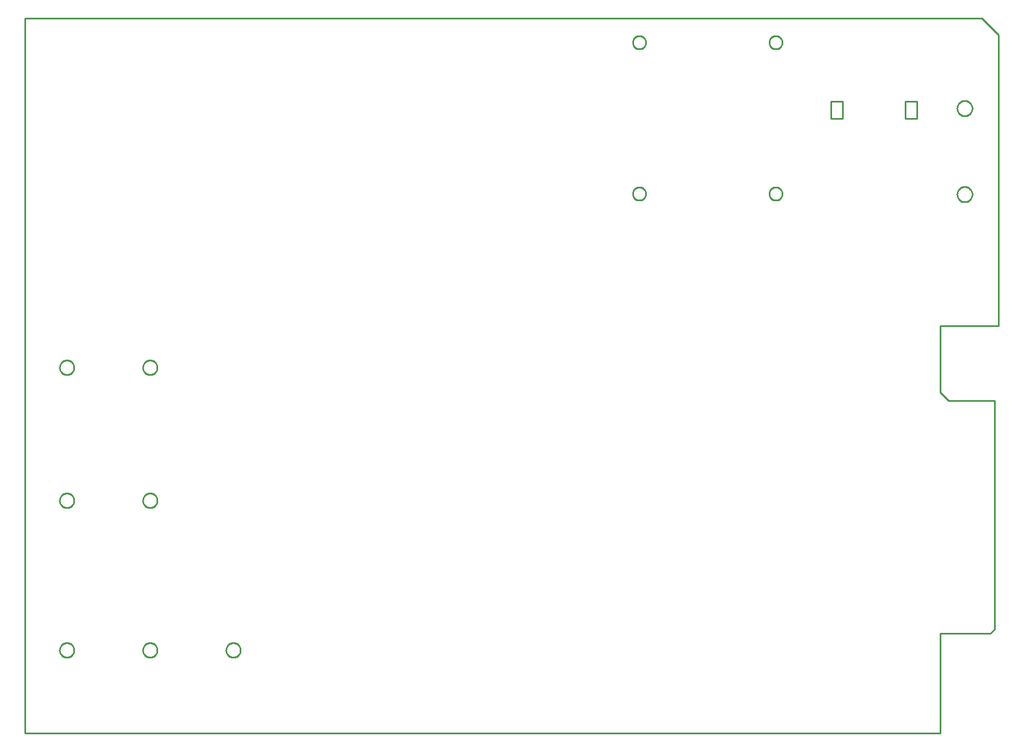
<source format=gbr>
G04 EAGLE Gerber RS-274X export*
G75*
%MOMM*%
%FSLAX34Y34*%
%LPD*%
%IN*%
%IPPOS*%
%AMOC8*
5,1,8,0,0,1.08239X$1,22.5*%
G01*
%ADD10C,0.254000*%


D10*
X228600Y0D02*
X1625600Y0D01*
X1625600Y152400D01*
X1701800Y152400D01*
X1708150Y158750D01*
X1708150Y508000D01*
X1638300Y508000D01*
X1625600Y520700D01*
X1625600Y622300D01*
X1714500Y622300D01*
X1714500Y1066800D01*
X1689100Y1092200D01*
X228600Y1092200D01*
X228600Y0D01*
X1572000Y939500D02*
X1590000Y939500D01*
X1590000Y965500D01*
X1572000Y965500D01*
X1572000Y939500D01*
X1458000Y939500D02*
X1476000Y939500D01*
X1476000Y965500D01*
X1458000Y965500D01*
X1458000Y939500D01*
X303100Y558368D02*
X303032Y557506D01*
X302897Y556652D01*
X302695Y555812D01*
X302428Y554990D01*
X302097Y554191D01*
X301705Y553421D01*
X301253Y552684D01*
X300745Y551985D01*
X300184Y551327D01*
X299573Y550716D01*
X298915Y550155D01*
X298216Y549647D01*
X297479Y549195D01*
X296709Y548803D01*
X295910Y548472D01*
X295088Y548205D01*
X294248Y548003D01*
X293394Y547868D01*
X292532Y547800D01*
X291668Y547800D01*
X290806Y547868D01*
X289952Y548003D01*
X289112Y548205D01*
X288290Y548472D01*
X287491Y548803D01*
X286721Y549195D01*
X285984Y549647D01*
X285285Y550155D01*
X284627Y550716D01*
X284016Y551327D01*
X283455Y551985D01*
X282947Y552684D01*
X282495Y553421D01*
X282103Y554191D01*
X281772Y554990D01*
X281505Y555812D01*
X281303Y556652D01*
X281168Y557506D01*
X281100Y558368D01*
X281100Y559232D01*
X281168Y560094D01*
X281303Y560948D01*
X281505Y561788D01*
X281772Y562610D01*
X282103Y563409D01*
X282495Y564179D01*
X282947Y564916D01*
X283455Y565615D01*
X284016Y566273D01*
X284627Y566884D01*
X285285Y567445D01*
X285984Y567953D01*
X286721Y568405D01*
X287491Y568797D01*
X288290Y569128D01*
X289112Y569395D01*
X289952Y569597D01*
X290806Y569732D01*
X291668Y569800D01*
X292532Y569800D01*
X293394Y569732D01*
X294248Y569597D01*
X295088Y569395D01*
X295910Y569128D01*
X296709Y568797D01*
X297479Y568405D01*
X298216Y567953D01*
X298915Y567445D01*
X299573Y566884D01*
X300184Y566273D01*
X300745Y565615D01*
X301253Y564916D01*
X301705Y564179D01*
X302097Y563409D01*
X302428Y562610D01*
X302695Y561788D01*
X302897Y560948D01*
X303032Y560094D01*
X303100Y559232D01*
X303100Y558368D01*
X430100Y558368D02*
X430032Y557506D01*
X429897Y556652D01*
X429695Y555812D01*
X429428Y554990D01*
X429097Y554191D01*
X428705Y553421D01*
X428253Y552684D01*
X427745Y551985D01*
X427184Y551327D01*
X426573Y550716D01*
X425915Y550155D01*
X425216Y549647D01*
X424479Y549195D01*
X423709Y548803D01*
X422910Y548472D01*
X422088Y548205D01*
X421248Y548003D01*
X420394Y547868D01*
X419532Y547800D01*
X418668Y547800D01*
X417806Y547868D01*
X416952Y548003D01*
X416112Y548205D01*
X415290Y548472D01*
X414491Y548803D01*
X413721Y549195D01*
X412984Y549647D01*
X412285Y550155D01*
X411627Y550716D01*
X411016Y551327D01*
X410455Y551985D01*
X409947Y552684D01*
X409495Y553421D01*
X409103Y554191D01*
X408772Y554990D01*
X408505Y555812D01*
X408303Y556652D01*
X408168Y557506D01*
X408100Y558368D01*
X408100Y559232D01*
X408168Y560094D01*
X408303Y560948D01*
X408505Y561788D01*
X408772Y562610D01*
X409103Y563409D01*
X409495Y564179D01*
X409947Y564916D01*
X410455Y565615D01*
X411016Y566273D01*
X411627Y566884D01*
X412285Y567445D01*
X412984Y567953D01*
X413721Y568405D01*
X414491Y568797D01*
X415290Y569128D01*
X416112Y569395D01*
X416952Y569597D01*
X417806Y569732D01*
X418668Y569800D01*
X419532Y569800D01*
X420394Y569732D01*
X421248Y569597D01*
X422088Y569395D01*
X422910Y569128D01*
X423709Y568797D01*
X424479Y568405D01*
X425216Y567953D01*
X425915Y567445D01*
X426573Y566884D01*
X427184Y566273D01*
X427745Y565615D01*
X428253Y564916D01*
X428705Y564179D01*
X429097Y563409D01*
X429428Y562610D01*
X429695Y561788D01*
X429897Y560948D01*
X430032Y560094D01*
X430100Y559232D01*
X430100Y558368D01*
X1175860Y1054933D02*
X1175784Y1054064D01*
X1175632Y1053204D01*
X1175406Y1052360D01*
X1175108Y1051540D01*
X1174739Y1050748D01*
X1174302Y1049992D01*
X1173801Y1049277D01*
X1173240Y1048608D01*
X1172622Y1047990D01*
X1171953Y1047429D01*
X1171238Y1046928D01*
X1170482Y1046491D01*
X1169690Y1046122D01*
X1168870Y1045824D01*
X1168026Y1045598D01*
X1167167Y1045446D01*
X1166297Y1045370D01*
X1165423Y1045370D01*
X1164554Y1045446D01*
X1163694Y1045598D01*
X1162850Y1045824D01*
X1162030Y1046122D01*
X1161238Y1046491D01*
X1160482Y1046928D01*
X1159767Y1047429D01*
X1159098Y1047990D01*
X1158480Y1048608D01*
X1157919Y1049277D01*
X1157418Y1049992D01*
X1156981Y1050748D01*
X1156612Y1051540D01*
X1156314Y1052360D01*
X1156088Y1053204D01*
X1155936Y1054064D01*
X1155860Y1054933D01*
X1155860Y1055807D01*
X1155936Y1056677D01*
X1156088Y1057536D01*
X1156314Y1058380D01*
X1156612Y1059200D01*
X1156981Y1059992D01*
X1157418Y1060748D01*
X1157919Y1061463D01*
X1158480Y1062132D01*
X1159098Y1062750D01*
X1159767Y1063311D01*
X1160482Y1063812D01*
X1161238Y1064249D01*
X1162030Y1064618D01*
X1162850Y1064916D01*
X1163694Y1065142D01*
X1164554Y1065294D01*
X1165423Y1065370D01*
X1166297Y1065370D01*
X1167167Y1065294D01*
X1168026Y1065142D01*
X1168870Y1064916D01*
X1169690Y1064618D01*
X1170482Y1064249D01*
X1171238Y1063812D01*
X1171953Y1063311D01*
X1172622Y1062750D01*
X1173240Y1062132D01*
X1173801Y1061463D01*
X1174302Y1060748D01*
X1174739Y1059992D01*
X1175108Y1059200D01*
X1175406Y1058380D01*
X1175632Y1057536D01*
X1175784Y1056677D01*
X1175860Y1055807D01*
X1175860Y1054933D01*
X1384140Y1054933D02*
X1384064Y1054064D01*
X1383912Y1053204D01*
X1383686Y1052360D01*
X1383388Y1051540D01*
X1383019Y1050748D01*
X1382582Y1049992D01*
X1382081Y1049277D01*
X1381520Y1048608D01*
X1380902Y1047990D01*
X1380233Y1047429D01*
X1379518Y1046928D01*
X1378762Y1046491D01*
X1377970Y1046122D01*
X1377150Y1045824D01*
X1376306Y1045598D01*
X1375447Y1045446D01*
X1374577Y1045370D01*
X1373703Y1045370D01*
X1372834Y1045446D01*
X1371974Y1045598D01*
X1371130Y1045824D01*
X1370310Y1046122D01*
X1369518Y1046491D01*
X1368762Y1046928D01*
X1368047Y1047429D01*
X1367378Y1047990D01*
X1366760Y1048608D01*
X1366199Y1049277D01*
X1365698Y1049992D01*
X1365261Y1050748D01*
X1364892Y1051540D01*
X1364594Y1052360D01*
X1364368Y1053204D01*
X1364216Y1054064D01*
X1364140Y1054933D01*
X1364140Y1055807D01*
X1364216Y1056677D01*
X1364368Y1057536D01*
X1364594Y1058380D01*
X1364892Y1059200D01*
X1365261Y1059992D01*
X1365698Y1060748D01*
X1366199Y1061463D01*
X1366760Y1062132D01*
X1367378Y1062750D01*
X1368047Y1063311D01*
X1368762Y1063812D01*
X1369518Y1064249D01*
X1370310Y1064618D01*
X1371130Y1064916D01*
X1371974Y1065142D01*
X1372834Y1065294D01*
X1373703Y1065370D01*
X1374577Y1065370D01*
X1375447Y1065294D01*
X1376306Y1065142D01*
X1377150Y1064916D01*
X1377970Y1064618D01*
X1378762Y1064249D01*
X1379518Y1063812D01*
X1380233Y1063311D01*
X1380902Y1062750D01*
X1381520Y1062132D01*
X1382081Y1061463D01*
X1382582Y1060748D01*
X1383019Y1059992D01*
X1383388Y1059200D01*
X1383686Y1058380D01*
X1383912Y1057536D01*
X1384064Y1056677D01*
X1384140Y1055807D01*
X1384140Y1054933D01*
X1384140Y823793D02*
X1384064Y822924D01*
X1383912Y822064D01*
X1383686Y821220D01*
X1383388Y820400D01*
X1383019Y819608D01*
X1382582Y818852D01*
X1382081Y818137D01*
X1381520Y817468D01*
X1380902Y816850D01*
X1380233Y816289D01*
X1379518Y815788D01*
X1378762Y815351D01*
X1377970Y814982D01*
X1377150Y814684D01*
X1376306Y814458D01*
X1375447Y814306D01*
X1374577Y814230D01*
X1373703Y814230D01*
X1372834Y814306D01*
X1371974Y814458D01*
X1371130Y814684D01*
X1370310Y814982D01*
X1369518Y815351D01*
X1368762Y815788D01*
X1368047Y816289D01*
X1367378Y816850D01*
X1366760Y817468D01*
X1366199Y818137D01*
X1365698Y818852D01*
X1365261Y819608D01*
X1364892Y820400D01*
X1364594Y821220D01*
X1364368Y822064D01*
X1364216Y822924D01*
X1364140Y823793D01*
X1364140Y824667D01*
X1364216Y825537D01*
X1364368Y826396D01*
X1364594Y827240D01*
X1364892Y828060D01*
X1365261Y828852D01*
X1365698Y829608D01*
X1366199Y830323D01*
X1366760Y830992D01*
X1367378Y831610D01*
X1368047Y832171D01*
X1368762Y832672D01*
X1369518Y833109D01*
X1370310Y833478D01*
X1371130Y833776D01*
X1371974Y834002D01*
X1372834Y834154D01*
X1373703Y834230D01*
X1374577Y834230D01*
X1375447Y834154D01*
X1376306Y834002D01*
X1377150Y833776D01*
X1377970Y833478D01*
X1378762Y833109D01*
X1379518Y832672D01*
X1380233Y832171D01*
X1380902Y831610D01*
X1381520Y830992D01*
X1382081Y830323D01*
X1382582Y829608D01*
X1383019Y828852D01*
X1383388Y828060D01*
X1383686Y827240D01*
X1383912Y826396D01*
X1384064Y825537D01*
X1384140Y824667D01*
X1384140Y823793D01*
X1175860Y823793D02*
X1175784Y822924D01*
X1175632Y822064D01*
X1175406Y821220D01*
X1175108Y820400D01*
X1174739Y819608D01*
X1174302Y818852D01*
X1173801Y818137D01*
X1173240Y817468D01*
X1172622Y816850D01*
X1171953Y816289D01*
X1171238Y815788D01*
X1170482Y815351D01*
X1169690Y814982D01*
X1168870Y814684D01*
X1168026Y814458D01*
X1167167Y814306D01*
X1166297Y814230D01*
X1165423Y814230D01*
X1164554Y814306D01*
X1163694Y814458D01*
X1162850Y814684D01*
X1162030Y814982D01*
X1161238Y815351D01*
X1160482Y815788D01*
X1159767Y816289D01*
X1159098Y816850D01*
X1158480Y817468D01*
X1157919Y818137D01*
X1157418Y818852D01*
X1156981Y819608D01*
X1156612Y820400D01*
X1156314Y821220D01*
X1156088Y822064D01*
X1155936Y822924D01*
X1155860Y823793D01*
X1155860Y824667D01*
X1155936Y825537D01*
X1156088Y826396D01*
X1156314Y827240D01*
X1156612Y828060D01*
X1156981Y828852D01*
X1157418Y829608D01*
X1157919Y830323D01*
X1158480Y830992D01*
X1159098Y831610D01*
X1159767Y832171D01*
X1160482Y832672D01*
X1161238Y833109D01*
X1162030Y833478D01*
X1162850Y833776D01*
X1163694Y834002D01*
X1164554Y834154D01*
X1165423Y834230D01*
X1166297Y834230D01*
X1167167Y834154D01*
X1168026Y834002D01*
X1168870Y833776D01*
X1169690Y833478D01*
X1170482Y833109D01*
X1171238Y832672D01*
X1171953Y832171D01*
X1172622Y831610D01*
X1173240Y830992D01*
X1173801Y830323D01*
X1174302Y829608D01*
X1174739Y828852D01*
X1175108Y828060D01*
X1175406Y827240D01*
X1175632Y826396D01*
X1175784Y825537D01*
X1175860Y824667D01*
X1175860Y823793D01*
X303100Y355168D02*
X303032Y354306D01*
X302897Y353452D01*
X302695Y352612D01*
X302428Y351790D01*
X302097Y350991D01*
X301705Y350221D01*
X301253Y349484D01*
X300745Y348785D01*
X300184Y348127D01*
X299573Y347516D01*
X298915Y346955D01*
X298216Y346447D01*
X297479Y345995D01*
X296709Y345603D01*
X295910Y345272D01*
X295088Y345005D01*
X294248Y344803D01*
X293394Y344668D01*
X292532Y344600D01*
X291668Y344600D01*
X290806Y344668D01*
X289952Y344803D01*
X289112Y345005D01*
X288290Y345272D01*
X287491Y345603D01*
X286721Y345995D01*
X285984Y346447D01*
X285285Y346955D01*
X284627Y347516D01*
X284016Y348127D01*
X283455Y348785D01*
X282947Y349484D01*
X282495Y350221D01*
X282103Y350991D01*
X281772Y351790D01*
X281505Y352612D01*
X281303Y353452D01*
X281168Y354306D01*
X281100Y355168D01*
X281100Y356032D01*
X281168Y356894D01*
X281303Y357748D01*
X281505Y358588D01*
X281772Y359410D01*
X282103Y360209D01*
X282495Y360979D01*
X282947Y361716D01*
X283455Y362415D01*
X284016Y363073D01*
X284627Y363684D01*
X285285Y364245D01*
X285984Y364753D01*
X286721Y365205D01*
X287491Y365597D01*
X288290Y365928D01*
X289112Y366195D01*
X289952Y366397D01*
X290806Y366532D01*
X291668Y366600D01*
X292532Y366600D01*
X293394Y366532D01*
X294248Y366397D01*
X295088Y366195D01*
X295910Y365928D01*
X296709Y365597D01*
X297479Y365205D01*
X298216Y364753D01*
X298915Y364245D01*
X299573Y363684D01*
X300184Y363073D01*
X300745Y362415D01*
X301253Y361716D01*
X301705Y360979D01*
X302097Y360209D01*
X302428Y359410D01*
X302695Y358588D01*
X302897Y357748D01*
X303032Y356894D01*
X303100Y356032D01*
X303100Y355168D01*
X430100Y355168D02*
X430032Y354306D01*
X429897Y353452D01*
X429695Y352612D01*
X429428Y351790D01*
X429097Y350991D01*
X428705Y350221D01*
X428253Y349484D01*
X427745Y348785D01*
X427184Y348127D01*
X426573Y347516D01*
X425915Y346955D01*
X425216Y346447D01*
X424479Y345995D01*
X423709Y345603D01*
X422910Y345272D01*
X422088Y345005D01*
X421248Y344803D01*
X420394Y344668D01*
X419532Y344600D01*
X418668Y344600D01*
X417806Y344668D01*
X416952Y344803D01*
X416112Y345005D01*
X415290Y345272D01*
X414491Y345603D01*
X413721Y345995D01*
X412984Y346447D01*
X412285Y346955D01*
X411627Y347516D01*
X411016Y348127D01*
X410455Y348785D01*
X409947Y349484D01*
X409495Y350221D01*
X409103Y350991D01*
X408772Y351790D01*
X408505Y352612D01*
X408303Y353452D01*
X408168Y354306D01*
X408100Y355168D01*
X408100Y356032D01*
X408168Y356894D01*
X408303Y357748D01*
X408505Y358588D01*
X408772Y359410D01*
X409103Y360209D01*
X409495Y360979D01*
X409947Y361716D01*
X410455Y362415D01*
X411016Y363073D01*
X411627Y363684D01*
X412285Y364245D01*
X412984Y364753D01*
X413721Y365205D01*
X414491Y365597D01*
X415290Y365928D01*
X416112Y366195D01*
X416952Y366397D01*
X417806Y366532D01*
X418668Y366600D01*
X419532Y366600D01*
X420394Y366532D01*
X421248Y366397D01*
X422088Y366195D01*
X422910Y365928D01*
X423709Y365597D01*
X424479Y365205D01*
X425216Y364753D01*
X425915Y364245D01*
X426573Y363684D01*
X427184Y363073D01*
X427745Y362415D01*
X428253Y361716D01*
X428705Y360979D01*
X429097Y360209D01*
X429428Y359410D01*
X429695Y358588D01*
X429897Y357748D01*
X430032Y356894D01*
X430100Y356032D01*
X430100Y355168D01*
X303100Y126568D02*
X303032Y125706D01*
X302897Y124852D01*
X302695Y124012D01*
X302428Y123190D01*
X302097Y122391D01*
X301705Y121621D01*
X301253Y120884D01*
X300745Y120185D01*
X300184Y119527D01*
X299573Y118916D01*
X298915Y118355D01*
X298216Y117847D01*
X297479Y117395D01*
X296709Y117003D01*
X295910Y116672D01*
X295088Y116405D01*
X294248Y116203D01*
X293394Y116068D01*
X292532Y116000D01*
X291668Y116000D01*
X290806Y116068D01*
X289952Y116203D01*
X289112Y116405D01*
X288290Y116672D01*
X287491Y117003D01*
X286721Y117395D01*
X285984Y117847D01*
X285285Y118355D01*
X284627Y118916D01*
X284016Y119527D01*
X283455Y120185D01*
X282947Y120884D01*
X282495Y121621D01*
X282103Y122391D01*
X281772Y123190D01*
X281505Y124012D01*
X281303Y124852D01*
X281168Y125706D01*
X281100Y126568D01*
X281100Y127432D01*
X281168Y128294D01*
X281303Y129148D01*
X281505Y129988D01*
X281772Y130810D01*
X282103Y131609D01*
X282495Y132379D01*
X282947Y133116D01*
X283455Y133815D01*
X284016Y134473D01*
X284627Y135084D01*
X285285Y135645D01*
X285984Y136153D01*
X286721Y136605D01*
X287491Y136997D01*
X288290Y137328D01*
X289112Y137595D01*
X289952Y137797D01*
X290806Y137932D01*
X291668Y138000D01*
X292532Y138000D01*
X293394Y137932D01*
X294248Y137797D01*
X295088Y137595D01*
X295910Y137328D01*
X296709Y136997D01*
X297479Y136605D01*
X298216Y136153D01*
X298915Y135645D01*
X299573Y135084D01*
X300184Y134473D01*
X300745Y133815D01*
X301253Y133116D01*
X301705Y132379D01*
X302097Y131609D01*
X302428Y130810D01*
X302695Y129988D01*
X302897Y129148D01*
X303032Y128294D01*
X303100Y127432D01*
X303100Y126568D01*
X430100Y126568D02*
X430032Y125706D01*
X429897Y124852D01*
X429695Y124012D01*
X429428Y123190D01*
X429097Y122391D01*
X428705Y121621D01*
X428253Y120884D01*
X427745Y120185D01*
X427184Y119527D01*
X426573Y118916D01*
X425915Y118355D01*
X425216Y117847D01*
X424479Y117395D01*
X423709Y117003D01*
X422910Y116672D01*
X422088Y116405D01*
X421248Y116203D01*
X420394Y116068D01*
X419532Y116000D01*
X418668Y116000D01*
X417806Y116068D01*
X416952Y116203D01*
X416112Y116405D01*
X415290Y116672D01*
X414491Y117003D01*
X413721Y117395D01*
X412984Y117847D01*
X412285Y118355D01*
X411627Y118916D01*
X411016Y119527D01*
X410455Y120185D01*
X409947Y120884D01*
X409495Y121621D01*
X409103Y122391D01*
X408772Y123190D01*
X408505Y124012D01*
X408303Y124852D01*
X408168Y125706D01*
X408100Y126568D01*
X408100Y127432D01*
X408168Y128294D01*
X408303Y129148D01*
X408505Y129988D01*
X408772Y130810D01*
X409103Y131609D01*
X409495Y132379D01*
X409947Y133116D01*
X410455Y133815D01*
X411016Y134473D01*
X411627Y135084D01*
X412285Y135645D01*
X412984Y136153D01*
X413721Y136605D01*
X414491Y136997D01*
X415290Y137328D01*
X416112Y137595D01*
X416952Y137797D01*
X417806Y137932D01*
X418668Y138000D01*
X419532Y138000D01*
X420394Y137932D01*
X421248Y137797D01*
X422088Y137595D01*
X422910Y137328D01*
X423709Y136997D01*
X424479Y136605D01*
X425216Y136153D01*
X425915Y135645D01*
X426573Y135084D01*
X427184Y134473D01*
X427745Y133815D01*
X428253Y133116D01*
X428705Y132379D01*
X429097Y131609D01*
X429428Y130810D01*
X429695Y129988D01*
X429897Y129148D01*
X430032Y128294D01*
X430100Y127432D01*
X430100Y126568D01*
X557100Y126568D02*
X557032Y125706D01*
X556897Y124852D01*
X556695Y124012D01*
X556428Y123190D01*
X556097Y122391D01*
X555705Y121621D01*
X555253Y120884D01*
X554745Y120185D01*
X554184Y119527D01*
X553573Y118916D01*
X552915Y118355D01*
X552216Y117847D01*
X551479Y117395D01*
X550709Y117003D01*
X549910Y116672D01*
X549088Y116405D01*
X548248Y116203D01*
X547394Y116068D01*
X546532Y116000D01*
X545668Y116000D01*
X544806Y116068D01*
X543952Y116203D01*
X543112Y116405D01*
X542290Y116672D01*
X541491Y117003D01*
X540721Y117395D01*
X539984Y117847D01*
X539285Y118355D01*
X538627Y118916D01*
X538016Y119527D01*
X537455Y120185D01*
X536947Y120884D01*
X536495Y121621D01*
X536103Y122391D01*
X535772Y123190D01*
X535505Y124012D01*
X535303Y124852D01*
X535168Y125706D01*
X535100Y126568D01*
X535100Y127432D01*
X535168Y128294D01*
X535303Y129148D01*
X535505Y129988D01*
X535772Y130810D01*
X536103Y131609D01*
X536495Y132379D01*
X536947Y133116D01*
X537455Y133815D01*
X538016Y134473D01*
X538627Y135084D01*
X539285Y135645D01*
X539984Y136153D01*
X540721Y136605D01*
X541491Y136997D01*
X542290Y137328D01*
X543112Y137595D01*
X543952Y137797D01*
X544806Y137932D01*
X545668Y138000D01*
X546532Y138000D01*
X547394Y137932D01*
X548248Y137797D01*
X549088Y137595D01*
X549910Y137328D01*
X550709Y136997D01*
X551479Y136605D01*
X552216Y136153D01*
X552915Y135645D01*
X553573Y135084D01*
X554184Y134473D01*
X554745Y133815D01*
X555253Y133116D01*
X555705Y132379D01*
X556097Y131609D01*
X556428Y130810D01*
X556695Y129988D01*
X556897Y129148D01*
X557032Y128294D01*
X557100Y127432D01*
X557100Y126568D01*
X1662952Y943200D02*
X1663853Y943271D01*
X1664745Y943412D01*
X1665624Y943623D01*
X1666483Y943902D01*
X1667318Y944248D01*
X1668123Y944659D01*
X1668894Y945131D01*
X1669625Y945662D01*
X1670312Y946249D01*
X1670951Y946888D01*
X1671538Y947575D01*
X1672069Y948306D01*
X1672541Y949077D01*
X1672952Y949882D01*
X1673298Y950717D01*
X1673577Y951576D01*
X1673788Y952455D01*
X1673929Y953347D01*
X1674000Y954248D01*
X1674000Y955152D01*
X1673929Y956053D01*
X1673788Y956945D01*
X1673577Y957824D01*
X1673298Y958683D01*
X1672952Y959518D01*
X1672541Y960323D01*
X1672069Y961094D01*
X1671538Y961825D01*
X1670951Y962512D01*
X1670312Y963151D01*
X1669625Y963738D01*
X1668894Y964269D01*
X1668123Y964741D01*
X1667318Y965152D01*
X1666483Y965498D01*
X1665624Y965777D01*
X1664745Y965988D01*
X1663853Y966129D01*
X1662952Y966200D01*
X1662048Y966200D01*
X1661147Y966129D01*
X1660255Y965988D01*
X1659376Y965777D01*
X1658517Y965498D01*
X1657682Y965152D01*
X1656877Y964741D01*
X1656106Y964269D01*
X1655375Y963738D01*
X1654688Y963151D01*
X1654049Y962512D01*
X1653462Y961825D01*
X1652931Y961094D01*
X1652459Y960323D01*
X1652048Y959518D01*
X1651702Y958683D01*
X1651423Y957824D01*
X1651212Y956945D01*
X1651071Y956053D01*
X1651000Y955152D01*
X1651000Y954248D01*
X1651071Y953347D01*
X1651212Y952455D01*
X1651423Y951576D01*
X1651702Y950717D01*
X1652048Y949882D01*
X1652459Y949077D01*
X1652931Y948306D01*
X1653462Y947575D01*
X1654049Y946888D01*
X1654688Y946249D01*
X1655375Y945662D01*
X1656106Y945131D01*
X1656877Y944659D01*
X1657682Y944248D01*
X1658517Y943902D01*
X1659376Y943623D01*
X1660255Y943412D01*
X1661147Y943271D01*
X1662048Y943200D01*
X1662952Y943200D01*
X1662952Y811800D02*
X1663853Y811871D01*
X1664745Y812012D01*
X1665624Y812223D01*
X1666483Y812502D01*
X1667318Y812848D01*
X1668123Y813259D01*
X1668894Y813731D01*
X1669625Y814262D01*
X1670312Y814849D01*
X1670951Y815488D01*
X1671538Y816175D01*
X1672069Y816906D01*
X1672541Y817677D01*
X1672952Y818482D01*
X1673298Y819317D01*
X1673577Y820176D01*
X1673788Y821055D01*
X1673929Y821947D01*
X1674000Y822848D01*
X1674000Y823752D01*
X1673929Y824653D01*
X1673788Y825545D01*
X1673577Y826424D01*
X1673298Y827283D01*
X1672952Y828118D01*
X1672541Y828923D01*
X1672069Y829694D01*
X1671538Y830425D01*
X1670951Y831112D01*
X1670312Y831751D01*
X1669625Y832338D01*
X1668894Y832869D01*
X1668123Y833341D01*
X1667318Y833752D01*
X1666483Y834098D01*
X1665624Y834377D01*
X1664745Y834588D01*
X1663853Y834729D01*
X1662952Y834800D01*
X1662048Y834800D01*
X1661147Y834729D01*
X1660255Y834588D01*
X1659376Y834377D01*
X1658517Y834098D01*
X1657682Y833752D01*
X1656877Y833341D01*
X1656106Y832869D01*
X1655375Y832338D01*
X1654688Y831751D01*
X1654049Y831112D01*
X1653462Y830425D01*
X1652931Y829694D01*
X1652459Y828923D01*
X1652048Y828118D01*
X1651702Y827283D01*
X1651423Y826424D01*
X1651212Y825545D01*
X1651071Y824653D01*
X1651000Y823752D01*
X1651000Y822848D01*
X1651071Y821947D01*
X1651212Y821055D01*
X1651423Y820176D01*
X1651702Y819317D01*
X1652048Y818482D01*
X1652459Y817677D01*
X1652931Y816906D01*
X1653462Y816175D01*
X1654049Y815488D01*
X1654688Y814849D01*
X1655375Y814262D01*
X1656106Y813731D01*
X1656877Y813259D01*
X1657682Y812848D01*
X1658517Y812502D01*
X1659376Y812223D01*
X1660255Y812012D01*
X1661147Y811871D01*
X1662048Y811800D01*
X1662952Y811800D01*
M02*

</source>
